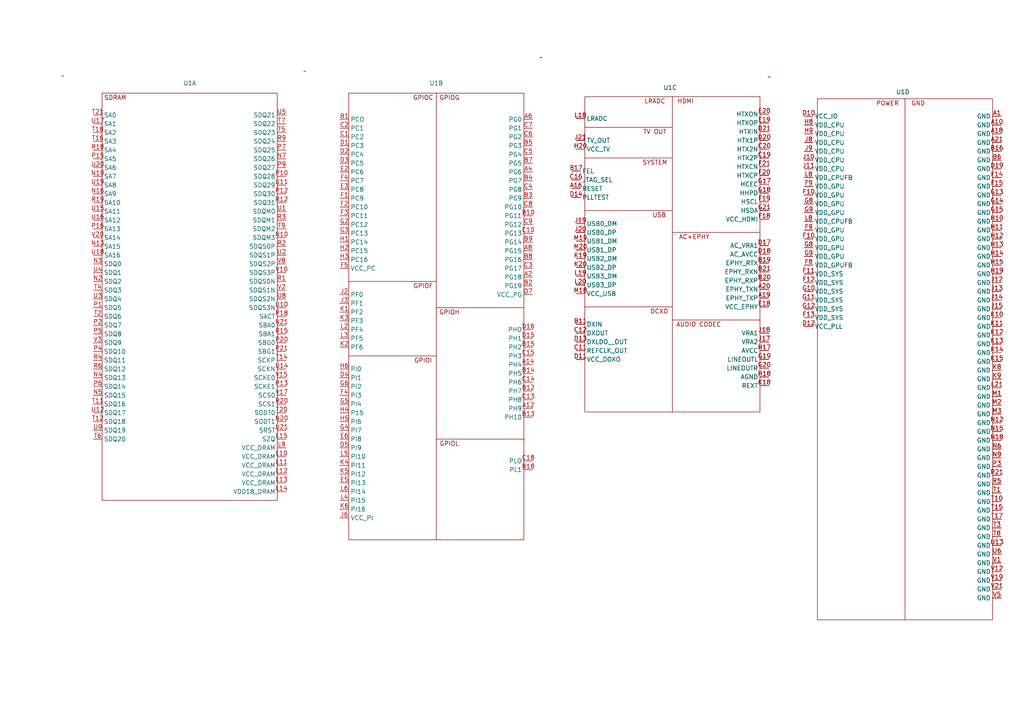
<source format=kicad_sch>
(kicad_sch (version 20230121) (generator eeschema)
  (paper "A4")
  (lib_symbols
    (symbol "Allwinner_H616:Allwinner_H616"
      (property "Reference" "U" (at 7.62 -2.54 0))
      (symbol "Allwinner_H616_1_0"
        (pin output line (at 64.77 -110.49 180) (length 2.54) (name "VCC_DRAM") (number "L10"))
        (pin output line (at 64.77 -113.03 180) (length 2.54) (name "VCC_DRAM") (number "L11"))
        (pin output line (at 64.77 -115.57 180) (length 2.54) (name "VCC_DRAM") (number "L12"))
        (pin output line (at 64.77 -118.11 180) (length 2.54) (name "VCC_DRAM") (number "L13"))
        (pin output line (at 64.77 -120.65 180) (length 2.54) (name "VDD18_DRAM") (number "L14"))
        (pin output line (at 64.77 -105.41 180) (length 2.54) (name "SZQ") (number "L15"))
        (pin output line (at 64.77 -46.99 180) (length 2.54) (name "SDQM3") (number "N10"))
        (pin output line (at 8.89 -49.53 0) (length 2.54) (name "SA15") (number "N13"))
        (pin output line (at 8.89 -34.29 0) (length 2.54) (name "SA9") (number "N16"))
        (pin output line (at 8.89 -29.21 0) (length 2.54) (name "SA7") (number "N19"))
        (pin output line (at 8.89 -59.69 0) (length 2.54) (name "SDQ2") (number "N2"))
        (pin output line (at 64.77 -100.33 180) (length 2.54) (name "SODT1") (number "N20"))
        (pin output line (at 64.77 -72.39 180) (length 2.54) (name "SBA0") (number "N21"))
        (pin output line (at 8.89 -54.61 0) (length 2.54) (name "SDQ0") (number "N3"))
        (pin output line (at 8.89 -87.63 0) (length 2.54) (name "SDQ13") (number "N4"))
        (pin output line (at 8.89 -92.71 0) (length 2.54) (name "SDQ15") (number "N5"))
        (pin output line (at 64.77 -24.13 180) (length 2.54) (name "SDQ26") (number "N7"))
        (pin output line (at 8.89 -67.31 0) (length 2.54) (name "SDQ5") (number "P1"))
        (pin output line (at 64.77 -29.21 180) (length 2.54) (name "SDQ28") (number "P10"))
        (pin output line (at 64.77 -34.29 180) (length 2.54) (name "SDQ30") (number "P12"))
        (pin output line (at 64.77 -90.17 180) (length 2.54) (name "SCKE1") (number "P13"))
        (pin output line (at 8.89 -24.13 0) (length 2.54) (name "SA5") (number "P15"))
        (pin output line (at 8.89 -44.45 0) (length 2.54) (name "SA13") (number "P16"))
        (pin output line (at 64.77 -69.85 180) (length 2.54) (name "SACT") (number "P18"))
        (pin output line (at 8.89 -72.39 0) (length 2.54) (name "SDQ7") (number "P2"))
        (pin output line (at 64.77 -77.47 180) (length 2.54) (name "SBG0") (number "P20"))
        (pin output line (at 64.77 -80.01 180) (length 2.54) (name "SBG1") (number "P21"))
        (pin output line (at 8.89 -80.01 0) (length 2.54) (name "SDQ10") (number "P4"))
        (pin output line (at 8.89 -74.93 0) (length 2.54) (name "SDQ8") (number "P5"))
        (pin output line (at 8.89 -90.17 0) (length 2.54) (name "SDQ14") (number "P6"))
        (pin output line (at 64.77 -21.59 180) (length 2.54) (name "SDQ25") (number "P7"))
        (pin output line (at 64.77 -26.67 180) (length 2.54) (name "SDQ27") (number "P9"))
        (pin output line (at 64.77 -59.69 180) (length 2.54) (name "SDQS0N") (number "R1"))
        (pin output line (at 64.77 -36.83 180) (length 2.54) (name "SDQ31") (number "R12"))
        (pin output line (at 64.77 -74.93 180) (length 2.54) (name "SBA1") (number "R15"))
        (pin output line (at 8.89 -21.59 0) (length 2.54) (name "SA4") (number "R18"))
        (pin output line (at 8.89 -36.83 0) (length 2.54) (name "SA10") (number "R19"))
        (pin output line (at 64.77 -49.53 180) (length 2.54) (name "SDQS0P") (number "R2"))
        (pin output line (at 64.77 -95.25 180) (length 2.54) (name "SCS1") (number "R20"))
        (pin output line (at 64.77 -41.91 180) (length 2.54) (name "SDQM1") (number "R3"))
        (pin output line (at 8.89 -82.55 0) (length 2.54) (name "SDQ11") (number "R4"))
        (pin output line (at 8.89 -85.09 0) (length 2.54) (name "SDQ12") (number "R6"))
        (pin output line (at 64.77 -19.05 180) (length 2.54) (name "SDQ24") (number "R9"))
        (pin output line (at 8.89 -95.25 0) (length 2.54) (name "SDQ16") (number "T11"))
        (pin output line (at 8.89 -100.33 0) (length 2.54) (name "SDQ18") (number "T12"))
        (pin output line (at 64.77 -82.55 180) (length 2.54) (name "SCKP") (number "T14"))
        (pin output line (at 8.89 -19.05 0) (length 2.54) (name "SA3") (number "T16"))
        (pin output line (at 8.89 -16.51 0) (length 2.54) (name "SA2") (number "T18"))
        (pin output line (at 8.89 -69.85 0) (length 2.54) (name "SDQ6") (number "T2"))
        (pin output line (at 64.77 -97.79 180) (length 2.54) (name "SODT0") (number "T20"))
        (pin output line (at 8.89 -11.43 0) (length 2.54) (name "SA0") (number "T21"))
        (pin output line (at 8.89 -62.23 0) (length 2.54) (name "SDQ3") (number "T4"))
        (pin output line (at 64.77 -16.51 180) (length 2.54) (name "SDQ23") (number "T5"))
        (pin output line (at 8.89 -105.41 0) (length 2.54) (name "SDQ20") (number "T6"))
        (pin output line (at 64.77 -13.97 180) (length 2.54) (name "SDQ22") (number "T7"))
        (pin output line (at 64.77 -44.45 180) (length 2.54) (name "SDQM2") (number "T9"))
        (pin output line (at 64.77 -39.37 180) (length 2.54) (name "SDQM0") (number "U1"))
        (pin output line (at 64.77 -67.31 180) (length 2.54) (name "SDQS3N") (number "U10"))
        (pin output line (at 64.77 -31.75 180) (length 2.54) (name "SDQ29") (number "U11"))
        (pin output line (at 8.89 -97.79 0) (length 2.54) (name "SDQ17") (number "U12"))
        (pin output line (at 64.77 -85.09 180) (length 2.54) (name "SCKN") (number "U14"))
        (pin output line (at 8.89 -39.37 0) (length 2.54) (name "SA11") (number "U15"))
        (pin output line (at 8.89 -41.91 0) (length 2.54) (name "SA12") (number "U16"))
        (pin output line (at 8.89 -13.97 0) (length 2.54) (name "SA1") (number "U17"))
        (pin output line (at 8.89 -52.07 0) (length 2.54) (name "SA16") (number "U18"))
        (pin output line (at 8.89 -31.75 0) (length 2.54) (name "SA8") (number "U19"))
        (pin output line (at 64.77 -52.07 180) (length 2.54) (name "SDQS1P") (number "U2"))
        (pin output line (at 8.89 -26.67 0) (length 2.54) (name "SA6") (number "U20"))
        (pin output line (at 64.77 -102.87 180) (length 2.54) (name "SRST") (number "U21"))
        (pin output line (at 8.89 -64.77 0) (length 2.54) (name "SDQ4") (number "U3"))
        (pin output line (at 8.89 -57.15 0) (length 2.54) (name "SDQ1") (number "U4"))
        (pin output line (at 64.77 -11.43 180) (length 2.54) (name "SDQ21") (number "U5"))
        (pin output line (at 64.77 -64.77 180) (length 2.54) (name "SDQS2N") (number "U8"))
        (pin output line (at 8.89 -102.87 0) (length 2.54) (name "SDQ19") (number "U9"))
        (pin output line (at 64.77 -57.15 180) (length 2.54) (name "SDQS3P") (number "V10"))
        (pin output line (at 64.77 -87.63 180) (length 2.54) (name "SCKE0") (number "V15"))
        (pin output line (at 64.77 -92.71 180) (length 2.54) (name "SCS0") (number "V17"))
        (pin output line (at 64.77 -62.23 180) (length 2.54) (name "SDQS1N") (number "V2"))
        (pin output line (at 8.89 -46.99 0) (length 2.54) (name "SA14") (number "V20"))
        (pin output line (at 8.89 -77.47 0) (length 2.54) (name "SDQ9") (number "V3"))
        (pin output line (at 64.77 -54.61 180) (length 2.54) (name "SDQS2P") (number "V8"))
      )
      (symbol "Allwinner_H616_1_1"
        (rectangle (start 11.43 -5.08) (end 62.23 -123.19))
        (text "SDRAM" (at 15.24 -6.35 0) (effects (font (size 1.27 1.27))))
        (pin output line (at 64.77 -107.95 180) (length 2.54) (name "VCC_DRAM") (number "L9"))
      )
      (symbol "Allwinner_H616_2_0"
        (pin output line (at 66.04 -97.79 180) (length 2.54) (name "PH9") (number "A12"))
        (pin output line (at 66.04 -85.09 180) (length 2.54) (name "PH4") (number "A14"))
        (pin output line (at 66.04 -59.69 180) (length 2.54) (name "PG18") (number "A2"))
        (pin output line (at 66.04 -29.21 180) (length 2.54) (name "PG6") (number "A4"))
        (pin output line (at 66.04 -13.97 180) (length 2.54) (name "PG0") (number "A6"))
        (pin output line (at 66.04 -52.07 180) (length 2.54) (name "PG15") (number "A8"))
        (pin output line (at 10.16 -13.97 0) (length 2.54) (name "PCO") (number "B1"))
        (pin output line (at 66.04 -41.91 180) (length 2.54) (name "PG11") (number "B10"))
        (pin output line (at 66.04 -92.71 180) (length 2.54) (name "PH7") (number "B12"))
        (pin output line (at 66.04 -100.33 180) (length 2.54) (name "PH10") (number "B13"))
        (pin output line (at 66.04 -87.63 180) (length 2.54) (name "PH5") (number "B14"))
        (pin output line (at 66.04 -80.01 180) (length 2.54) (name "PH2") (number "B15"))
        (pin output line (at 66.04 -115.57 180) (length 2.54) (name "PL1") (number "B18"))
        (pin output line (at 66.04 -62.23 180) (length 2.54) (name "PG19") (number "B2"))
        (pin output line (at 66.04 -36.83 180) (length 2.54) (name "PG9") (number "B3"))
        (pin output line (at 66.04 -31.75 180) (length 2.54) (name "PG7") (number "B4"))
        (pin output line (at 66.04 -21.59 180) (length 2.54) (name "PG3") (number "B5"))
        (pin output line (at 66.04 -26.67 180) (length 2.54) (name "PG5") (number "B7"))
        (pin output line (at 66.04 -54.61 180) (length 2.54) (name "PG16") (number "B8"))
        (pin output line (at 66.04 -49.53 180) (length 2.54) (name "PG14") (number "B9"))
        (pin output line (at 10.16 -19.05 0) (length 2.54) (name "PC2") (number "C1"))
        (pin output line (at 66.04 -46.99 180) (length 2.54) (name "PG13") (number "C10"))
        (pin output line (at 66.04 -95.25 180) (length 2.54) (name "PH8") (number "C13"))
        (pin output line (at 66.04 -90.17 180) (length 2.54) (name "PH6") (number "C14"))
        (pin output line (at 66.04 -82.55 180) (length 2.54) (name "PH3") (number "C15"))
        (pin output line (at 66.04 -113.03 180) (length 2.54) (name "PLO") (number "C18"))
        (pin output line (at 10.16 -16.51 0) (length 2.54) (name "PC1") (number "C2"))
        (pin output line (at 66.04 -57.15 180) (length 2.54) (name "PG17") (number "C3"))
        (pin output line (at 66.04 -34.29 180) (length 2.54) (name "PG8") (number "C4"))
        (pin output line (at 66.04 -24.13 180) (length 2.54) (name "PG4") (number "C5"))
        (pin output line (at 66.04 -19.05 180) (length 2.54) (name "PG2") (number "C6"))
        (pin output line (at 66.04 -16.51 180) (length 2.54) (name "PG1") (number "C7"))
        (pin output line (at 66.04 -39.37 180) (length 2.54) (name "PG10") (number "C8"))
        (pin output line (at 66.04 -44.45 180) (length 2.54) (name "PG12") (number "C9"))
        (pin output line (at 10.16 -21.59 0) (length 2.54) (name "PC3") (number "D1"))
        (pin output line (at 66.04 -77.47 180) (length 2.54) (name "PH1") (number "D15"))
        (pin output line (at 66.04 -74.93 180) (length 2.54) (name "PHO") (number "D16"))
        (pin output line (at 10.16 -24.13 0) (length 2.54) (name "PC4") (number "D2"))
        (pin output line (at 10.16 -26.67 0) (length 2.54) (name "PC5") (number "D3"))
        (pin output line (at 10.16 -88.9 0) (length 2.54) (name "PI1") (number "D4"))
        (pin output line (at 10.16 -109.22 0) (length 2.54) (name "PI9") (number "D5"))
        (pin output line (at 66.04 -64.77 180) (length 2.54) (name "VCC_PG") (number "D7"))
        (pin output line (at 10.16 -29.21 0) (length 2.54) (name "PC6") (number "E2"))
        (pin output line (at 10.16 -34.29 0) (length 2.54) (name "PC8") (number "E3"))
        (pin output line (at 10.16 -119.38 0) (length 2.54) (name "PI13") (number "E5"))
        (pin output line (at 10.16 -106.68 0) (length 2.54) (name "PI8") (number "E6"))
        (pin output line (at 10.16 -36.83 0) (length 2.54) (name "PC9") (number "F1"))
        (pin output line (at 10.16 -39.37 0) (length 2.54) (name "PC10") (number "F2"))
        (pin output line (at 10.16 -41.91 0) (length 2.54) (name "PC11") (number "F3"))
        (pin output line (at 10.16 -31.75 0) (length 2.54) (name "PC7") (number "F4"))
        (pin output line (at 10.16 -93.98 0) (length 2.54) (name "PI3") (number "F4"))
        (pin output line (at 10.16 -57.15 0) (length 2.54) (name "VCC_PC") (number "F5"))
        (pin output line (at 10.16 -44.45 0) (length 2.54) (name "PC12") (number "G2"))
        (pin output line (at 10.16 -46.99 0) (length 2.54) (name "PC13") (number "G3"))
        (pin output line (at 10.16 -104.14 0) (length 2.54) (name "PI7") (number "G4"))
        (pin output line (at 10.16 -96.52 0) (length 2.54) (name "PI4") (number "G5"))
        (pin output line (at 10.16 -91.44 0) (length 2.54) (name "PI2") (number "G6"))
        (pin output line (at 10.16 -49.53 0) (length 2.54) (name "PC14") (number "H1"))
        (pin output line (at 10.16 -52.07 0) (length 2.54) (name "PC15") (number "H2"))
        (pin output line (at 10.16 -54.61 0) (length 2.54) (name "PC16") (number "H3"))
        (pin output line (at 10.16 -99.06 0) (length 2.54) (name "P15") (number "H4"))
        (pin output line (at 10.16 -101.6 0) (length 2.54) (name "PI6") (number "H5"))
        (pin output line (at 10.16 -86.36 0) (length 2.54) (name "PI0") (number "H6"))
        (pin output line (at 10.16 -64.77 0) (length 2.54) (name "PF0") (number "J2"))
        (pin output line (at 10.16 -67.31 0) (length 2.54) (name "PF1") (number "J3"))
        (pin output line (at 10.16 -129.54 0) (length 2.54) (name "VCC_Pl") (number "J6"))
        (pin output line (at 10.16 -69.85 0) (length 2.54) (name "PF2") (number "K1"))
        (pin output line (at 10.16 -80.01 0) (length 2.54) (name "PF6") (number "K2"))
        (pin output line (at 10.16 -72.39 0) (length 2.54) (name "PF3") (number "K3"))
        (pin output line (at 10.16 -114.3 0) (length 2.54) (name "PI11") (number "K4"))
        (pin output line (at 10.16 -116.84 0) (length 2.54) (name "PI12") (number "K5"))
        (pin output line (at 10.16 -127 0) (length 2.54) (name "PI16") (number "K6"))
        (pin output line (at 10.16 -74.93 0) (length 2.54) (name "PF4") (number "L2"))
        (pin output line (at 10.16 -77.47 0) (length 2.54) (name "PF5") (number "L3"))
        (pin output line (at 10.16 -124.46 0) (length 2.54) (name "PI15") (number "L4"))
        (pin output line (at 10.16 -111.76 0) (length 2.54) (name "PI10") (number "L5"))
        (pin output line (at 10.16 -121.92 0) (length 2.54) (name "PI14") (number "L6"))
      )
      (symbol "Allwinner_H616_2_1"
        (polyline (pts (xy 12.7 -82.55) (xy 38.1 -82.55)))
        (polyline (pts (xy 12.7 -60.96) (xy 38.1 -60.96)))
        (polyline (pts (xy 38.1 -135.89) (xy 38.1 -6.35)))
        (polyline (pts (xy 63.5 -106.68) (xy 38.1 -106.68)))
        (polyline (pts (xy 63.5 -68.58) (xy 38.1 -68.58)))
        (rectangle (start 12.7 -6.35) (end 63.5 -135.89))
        (text "GPIOC\n" (at 34.29 -7.62 0) (effects (font (size 1.27 1.27))))
        (text "GPIOF\n" (at 34.29 -62.23 0) (effects (font (size 1.27 1.27))))
        (text "GPIOG\n" (at 41.91 -7.62 0) (effects (font (size 1.27 1.27))))
        (text "GPIOH\n" (at 41.91 -69.85 0) (effects (font (size 1.27 1.27))))
        (text "GPIOI" (at 34.29 -83.82 0) (effects (font (size 1.27 1.27))))
        (text "GPIOL\n" (at 41.91 -107.95 0) (effects (font (size 1.27 1.27))))
      )
      (symbol "Allwinner_H616_3_0"
        (pin output line (at 8.89 -38.1 0) (length 2.54) (name "RESET") (number "A16"))
        (pin output line (at 66.04 -69.85 180) (length 2.54) (name "EPHY_TXP") (number "A19"))
        (pin output line (at 66.04 -67.31 180) (length 2.54) (name "EPHY_TXN") (number "A20"))
        (pin output line (at 10.16 -77.47 0) (length 2.54) (name "DXIN") (number "B11"))
        (pin output line (at 8.89 -33.02 0) (length 2.54) (name "FEL") (number "B17"))
        (pin output line (at 66.04 -59.69 180) (length 2.54) (name "EPHY_RTX") (number "B19"))
        (pin output line (at 66.04 -64.77 180) (length 2.54) (name "EPHY_RXP") (number "B20"))
        (pin output line (at 66.04 -62.23 180) (length 2.54) (name "EPHY_RXN") (number "B21"))
        (pin output line (at 10.16 -85.09 0) (length 2.54) (name "REFCLK_OUT") (number "C11"))
        (pin output line (at 10.16 -80.01 0) (length 2.54) (name "DXOUT") (number "C12"))
        (pin output line (at 8.89 -35.56 0) (length 2.54) (name "JTAG_SEL") (number "C16"))
        (pin output line (at 66.04 -29.21 180) (length 2.54) (name "HTX2P") (number "C19"))
        (pin output line (at 66.04 -26.67 180) (length 2.54) (name "HTX2N") (number "C20"))
        (pin output line (at 10.16 -87.63 0) (length 2.54) (name "VCC_DOXO") (number "D11"))
        (pin output line (at 10.16 -82.55 0) (length 2.54) (name "DXLDO__OUT") (number "D13"))
        (pin output line (at 8.89 -40.64 0) (length 2.54) (name "PLLTEST") (number "D14"))
        (pin output line (at 66.04 -54.61 180) (length 2.54) (name "AC_VRA1") (number "D17"))
        (pin output line (at 66.04 -57.15 180) (length 2.54) (name "AC_AVCC") (number "D18"))
        (pin output line (at 66.04 -24.13 180) (length 2.54) (name "HTX1P") (number "D20"))
        (pin output line (at 66.04 -21.59 180) (length 2.54) (name "HTXIN") (number "D21"))
        (pin output line (at 66.04 -72.39 180) (length 2.54) (name "VCC_EPHY") (number "E18"))
        (pin output line (at 66.04 -19.05 180) (length 2.54) (name "HTXOP") (number "E19"))
        (pin output line (at 66.04 -16.51 180) (length 2.54) (name "HTXON") (number "E20"))
        (pin output line (at 66.04 -46.99 180) (length 2.54) (name "VCC_HDMI") (number "F18"))
        (pin output line (at 66.04 -41.91 180) (length 2.54) (name "HSCL") (number "F19"))
        (pin output line (at 66.04 -34.29 180) (length 2.54) (name "HTXCP") (number "F20"))
        (pin output line (at 66.04 -31.75 180) (length 2.54) (name "HTXCN") (number "F21"))
        (pin output line (at 66.04 -36.83 180) (length 2.54) (name "HCEC") (number "G17"))
        (pin output line (at 66.04 -39.37 180) (length 2.54) (name "HHPD") (number "G18"))
        (pin output line (at 66.04 -87.63 180) (length 2.54) (name "LINEOUTL") (number "G19"))
        (pin output line (at 66.04 -90.17 180) (length 2.54) (name "LINEOUTR") (number "G20"))
        (pin output line (at 66.04 -44.45 180) (length 2.54) (name "HSDA") (number "G21"))
        (pin output line (at 66.04 -85.09 180) (length 2.54) (name "AVCC") (number "H17"))
        (pin output line (at 66.04 -92.71 180) (length 2.54) (name "AGND") (number "H18"))
        (pin output line (at 10.16 -26.67 0) (length 2.54) (name "VCC_TV") (number "H20"))
        (pin output line (at 66.04 -82.55 180) (length 2.54) (name "VRA2") (number "J17"))
        (pin output line (at 66.04 -80.01 180) (length 2.54) (name "VRA1") (number "J18"))
        (pin output line (at 10.16 -48.26 0) (length 2.54) (name "USB0_DM") (number "J19"))
        (pin output line (at 10.16 -50.8 0) (length 2.54) (name "USB0_DP") (number "J20"))
        (pin output line (at 10.16 -24.13 0) (length 2.54) (name "TV_OUT") (number "J21"))
        (pin output line (at 66.04 -95.25 180) (length 2.54) (name "REXT") (number "K18"))
        (pin output line (at 10.16 -58.42 0) (length 2.54) (name "USB2_DM") (number "K19"))
        (pin output line (at 10.16 -60.96 0) (length 2.54) (name "USB2_DP") (number "K20"))
        (pin output line (at 10.16 -17.78 0) (length 2.54) (name "LRADC") (number "L18"))
        (pin output line (at 10.16 -63.5 0) (length 2.54) (name "USB3_DM") (number "L19"))
        (pin output line (at 10.16 -66.04 0) (length 2.54) (name "USB3_DP") (number "L20"))
        (pin output line (at 10.16 -68.58 0) (length 2.54) (name "VCC_USB") (number "M18"))
        (pin output line (at 10.16 -53.34 0) (length 2.54) (name "USB1_DM") (number "M19"))
        (pin output line (at 10.16 -55.88 0) (length 2.54) (name "USB1_DP") (number "M20"))
      )
      (symbol "Allwinner_H616_3_1"
        (polyline (pts (xy 12.7 -72.39) (xy 38.1 -72.39)))
        (polyline (pts (xy 12.7 -44.45) (xy 38.1 -44.45)))
        (polyline (pts (xy 12.7 -29.21) (xy 38.1 -29.21)))
        (polyline (pts (xy 12.7 -20.32) (xy 38.1 -20.32)))
        (polyline (pts (xy 38.1 -76.2) (xy 63.5 -76.2)))
        (polyline (pts (xy 38.1 -11.43) (xy 38.1 -102.87)))
        (polyline (pts (xy 63.5 -50.8) (xy 38.1 -50.8)))
        (rectangle (start 12.7 -11.43) (end 63.5 -102.87))
        (text "AC+EPHY" (at 44.45 -52.07 0) (effects (font (size 1.27 1.27))))
        (text "AUDIO CODEC" (at 45.72 -77.47 0) (effects (font (size 1.27 1.27))))
        (text "DCXO\n" (at 34.29 -73.66 0) (effects (font (size 1.27 1.27))))
        (text "HDMI\n" (at 41.91 -12.7 0) (effects (font (size 1.27 1.27))))
        (text "LRADC\n" (at 33.02 -12.7 0) (effects (font (size 1.27 1.27))))
        (text "SYSTEM\n" (at 33.02 -30.48 0) (effects (font (size 1.27 1.27))))
        (text "TV OUT" (at 33.02 -21.59 0) (effects (font (size 1.27 1.27))))
        (text "USB\n" (at 34.29 -45.72 0) (effects (font (size 1.27 1.27))))
      )
      (symbol "Allwinner_H616_4_0"
        (pin output line (at 67.31 -11.43 180) (length 2.54) (name "GND") (number "A1"))
        (pin output line (at 67.31 -13.97 180) (length 2.54) (name "GND") (number "A10"))
        (pin output line (at 67.31 -16.51 180) (length 2.54) (name "GND") (number "A18"))
        (pin output line (at 67.31 -19.05 180) (length 2.54) (name "GND") (number "A21"))
        (pin output line (at 67.31 -21.59 180) (length 2.54) (name "GND") (number "B16"))
        (pin output line (at 67.31 -24.13 180) (length 2.54) (name "GND") (number "B6"))
        (pin output line (at 10.16 -11.43 0) (length 2.54) (name "VCC_IO") (number "D10"))
        (pin output line (at 10.16 -72.39 0) (length 2.54) (name "VCC_PLL") (number "D12"))
        (pin output line (at 67.31 -26.67 180) (length 2.54) (name "GND") (number "D19"))
        (pin output line (at 10.16 -46.99 0) (length 2.54) (name "VDD_GPU") (number "F10"))
        (pin output line (at 10.16 -34.29 0) (length 2.54) (name "VDD_GPU") (number "F10"))
        (pin output line (at 10.16 -57.15 0) (length 2.54) (name "VDD_SYS") (number "F11"))
        (pin output line (at 10.16 -59.69 0) (length 2.54) (name "VDD_SYS") (number "F12"))
        (pin output line (at 10.16 -69.85 0) (length 2.54) (name "VDD_SYS") (number "F13"))
        (pin output line (at 67.31 -29.21 180) (length 2.54) (name "GND") (number "F14"))
        (pin output line (at 67.31 -31.75 180) (length 2.54) (name "GND") (number "F15"))
        (pin output line (at 10.16 -54.61 0) (length 2.54) (name "VDD_GPUFB") (number "F8"))
        (pin output line (at 10.16 -44.45 0) (length 2.54) (name "VDD_GPU") (number "F9"))
        (pin output line (at 10.16 -31.75 0) (length 2.54) (name "VDD_GPU") (number "F9"))
        (pin output line (at 10.16 -62.23 0) (length 2.54) (name "VDD_SYS") (number "G10"))
        (pin output line (at 10.16 -64.77 0) (length 2.54) (name "VDD_SYS") (number "G11"))
        (pin output line (at 10.16 -67.31 0) (length 2.54) (name "VDD_SYS") (number "G12"))
        (pin output line (at 67.31 -34.29 180) (length 2.54) (name "GND") (number "G13"))
        (pin output line (at 67.31 -36.83 180) (length 2.54) (name "GND") (number "G14"))
        (pin output line (at 67.31 -39.37 180) (length 2.54) (name "GND") (number "G15"))
        (pin output line (at 10.16 -49.53 0) (length 2.54) (name "VDD_GPU") (number "G8"))
        (pin output line (at 10.16 -36.83 0) (length 2.54) (name "VDD_GPU") (number "G8"))
        (pin output line (at 10.16 -52.07 0) (length 2.54) (name "VDD_GPU") (number "G9"))
        (pin output line (at 10.16 -39.37 0) (length 2.54) (name "VDD_GPU") (number "G9"))
        (pin output line (at 67.31 -41.91 180) (length 2.54) (name "GND") (number "H10"))
        (pin output line (at 67.31 -44.45 180) (length 2.54) (name "GND") (number "H11"))
        (pin output line (at 67.31 -46.99 180) (length 2.54) (name "GND") (number "H12"))
        (pin output line (at 67.31 -49.53 180) (length 2.54) (name "GND") (number "H13"))
        (pin output line (at 67.31 -52.07 180) (length 2.54) (name "GND") (number "H14"))
        (pin output line (at 67.31 -54.61 180) (length 2.54) (name "GND") (number "H15"))
        (pin output line (at 67.31 -57.15 180) (length 2.54) (name "GND") (number "H19"))
        (pin output line (at 10.16 -13.97 0) (length 2.54) (name "VDD_CPU") (number "H8"))
        (pin output line (at 10.16 -16.51 0) (length 2.54) (name "VDD_CPU") (number "H9"))
        (pin output line (at 10.16 -24.13 0) (length 2.54) (name "VDD_CPU") (number "J10"))
        (pin output line (at 10.16 -26.67 0) (length 2.54) (name "VDD_CPU") (number "J11"))
        (pin output line (at 67.31 -59.69 180) (length 2.54) (name "GND") (number "J12"))
        (pin output line (at 67.31 -62.23 180) (length 2.54) (name "GND") (number "J13"))
        (pin output line (at 67.31 -64.77 180) (length 2.54) (name "GND") (number "J14"))
        (pin output line (at 67.31 -67.31 180) (length 2.54) (name "GND") (number "J15"))
        (pin output line (at 10.16 -19.05 0) (length 2.54) (name "VDD_CPU") (number "J8"))
        (pin output line (at 10.16 -21.59 0) (length 2.54) (name "VDD_CPU") (number "J9"))
        (pin output line (at 67.31 -69.85 180) (length 2.54) (name "GND") (number "K10"))
        (pin output line (at 67.31 -72.39 180) (length 2.54) (name "GND") (number "K11"))
        (pin output line (at 67.31 -74.93 180) (length 2.54) (name "GND") (number "K12"))
        (pin output line (at 67.31 -77.47 180) (length 2.54) (name "GND") (number "K13"))
        (pin output line (at 67.31 -80.01 180) (length 2.54) (name "GND") (number "K14"))
        (pin output line (at 67.31 -82.55 180) (length 2.54) (name "GND") (number "K15"))
        (pin output line (at 67.31 -85.09 180) (length 2.54) (name "GND") (number "K8"))
        (pin output line (at 67.31 -87.63 180) (length 2.54) (name "GND") (number "K9"))
        (pin output line (at 67.31 -90.17 180) (length 2.54) (name "GND") (number "L21"))
        (pin output line (at 10.16 -41.91 0) (length 2.54) (name "VDD_CPUFB") (number "L8"))
        (pin output line (at 10.16 -29.21 0) (length 2.54) (name "VDD_CPUFB") (number "L8"))
        (pin output line (at 67.31 -92.71 180) (length 2.54) (name "GND") (number "M1"))
        (pin output line (at 67.31 -95.25 180) (length 2.54) (name "GND") (number "M2"))
        (pin output line (at 67.31 -97.79 180) (length 2.54) (name "GND") (number "M3"))
        (pin output line (at 67.31 -100.33 180) (length 2.54) (name "GND") (number "N12"))
        (pin output line (at 67.31 -102.87 180) (length 2.54) (name "GND") (number "N15"))
        (pin output line (at 67.31 -105.41 180) (length 2.54) (name "GND") (number "N18"))
        (pin output line (at 67.31 -107.95 180) (length 2.54) (name "GND") (number "N6"))
        (pin output line (at 67.31 -110.49 180) (length 2.54) (name "GND") (number "N9"))
        (pin output line (at 67.31 -113.03 180) (length 2.54) (name "GND") (number "P3"))
        (pin output line (at 67.31 -115.57 180) (length 2.54) (name "GND") (number "R21"))
        (pin output line (at 67.31 -118.11 180) (length 2.54) (name "GND") (number "R5"))
        (pin output line (at 67.31 -120.65 180) (length 2.54) (name "GND") (number "T1"))
        (pin output line (at 67.31 -123.19 180) (length 2.54) (name "GND") (number "T10"))
        (pin output line (at 67.31 -125.73 180) (length 2.54) (name "GND") (number "T15"))
        (pin output line (at 67.31 -128.27 180) (length 2.54) (name "GND") (number "T17"))
        (pin output line (at 67.31 -130.81 180) (length 2.54) (name "GND") (number "T3"))
        (pin output line (at 67.31 -133.35 180) (length 2.54) (name "GND") (number "T8"))
        (pin output line (at 67.31 -135.89 180) (length 2.54) (name "GND") (number "U13"))
        (pin output line (at 67.31 -138.43 180) (length 2.54) (name "GND") (number "U6"))
        (pin output line (at 67.31 -140.97 180) (length 2.54) (name "GND") (number "V1"))
        (pin output line (at 67.31 -143.51 180) (length 2.54) (name "GND") (number "V12"))
        (pin output line (at 67.31 -146.05 180) (length 2.54) (name "GND") (number "V19"))
        (pin output line (at 67.31 -148.59 180) (length 2.54) (name "GND") (number "V21"))
        (pin output line (at 67.31 -151.13 180) (length 2.54) (name "GND") (number "V5"))
      )
      (symbol "Allwinner_H616_4_1"
        (polyline (pts (xy 39.37 -6.35) (xy 39.37 -157.48)))
        (rectangle (start 13.97 -6.35) (end 64.77 -157.48))
        (text "GND" (at 43.18 -7.62 0) (effects (font (size 1.27 1.27))))
        (text "POWER\n" (at 34.29 -7.62 0) (effects (font (size 1.27 1.27))))
      )
    )
  )
  (symbol (lib_id "Allwinner_H616:Allwinner_H616") (at 156.9212 16.6116 0) (unit 3)
    (property "Reference" "U1" (at 194.3862 25.4 0))
    (property "Value" "~" (at 156.9212 16.6116 0))
  )
  (symbol (lib_id "Allwinner_H616:Allwinner_H616") (at 18.1864 21.9456 0) (unit 1)
    (property "Reference" "U1" (at 55.0164 24.13 0))
    (property "Value" "~" (at 18.1864 21.9456 0))
  )
  (symbol (lib_id "Allwinner_H616:Allwinner_H616") (at 88.4428 20.6756 0) (unit 2)
    (property "Reference" "U1" (at 126.5428 24.13 0))
    (property "Value" "~" (at 88.4428 20.6756 0))
  )
  (symbol (lib_id "Allwinner_H616:Allwinner_H616") (at 223.1136 22.3012 0) (unit 4)
    (property "Reference" "U1" (at 261.8486 26.67 0))
    (property "Value" "~" (at 223.1136 22.3012 0))
  )
)
</source>
